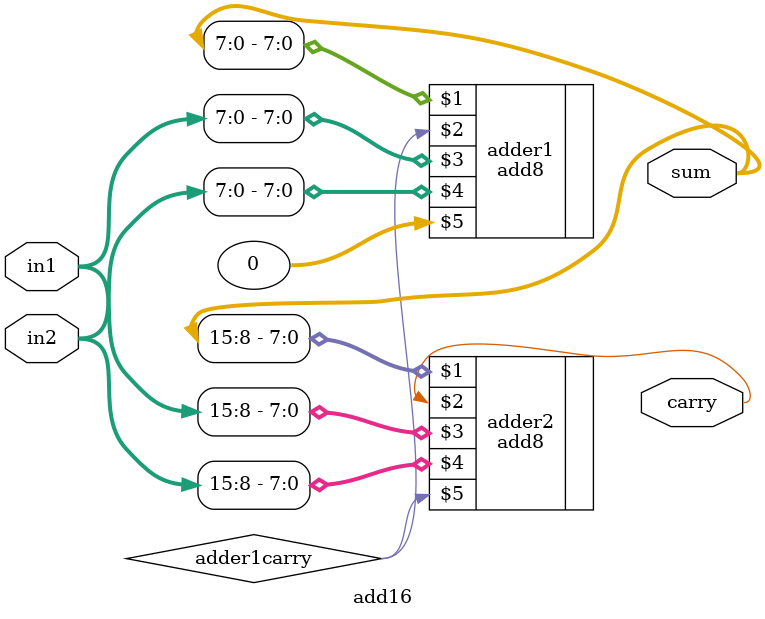
<source format=v>
module add16(sum, carry, in1, in2);
    input[15:0] in1, in2;
    output[15:0] sum;
    output carry;

    wire adder1carry;

    add8 adder1 (sum[7:0], adder1carry, in1[7:0], in2[7:0], 0);
    add8 adder2 (sum[15:8], carry, in1[15:8], in2[15:8], adder1carry);
endmodule
</source>
